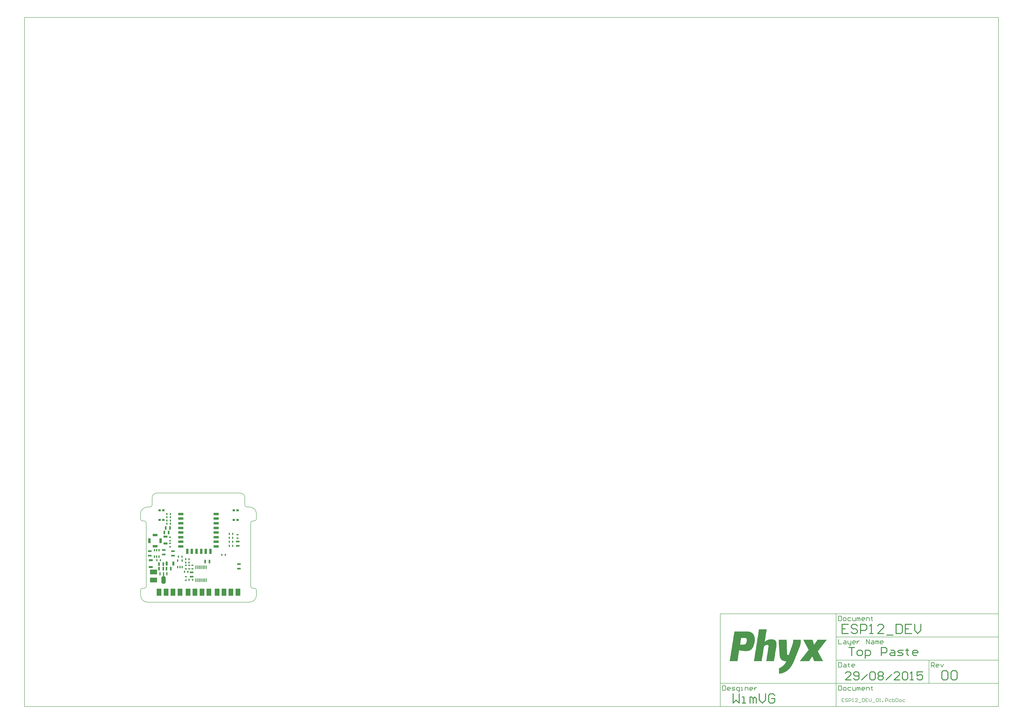
<source format=gtp>
G04 Layer_Color=8421504*
%FSLAX25Y25*%
%MOIN*%
G70*
G01*
G75*
%ADD10C,0.00787*%
%ADD14C,0.01575*%
%ADD18R,0.02362X0.03937*%
G04:AMPARAMS|DCode=19|XSize=74.8mil|YSize=125.98mil|CornerRadius=0mil|HoleSize=0mil|Usage=FLASHONLY|Rotation=0.000|XOffset=0mil|YOffset=0mil|HoleType=Round|Shape=Octagon|*
%AMOCTAGOND19*
4,1,8,-0.01870,0.06299,0.01870,0.06299,0.03740,0.04429,0.03740,-0.04429,0.01870,-0.06299,-0.01870,-0.06299,-0.03740,-0.04429,-0.03740,0.04429,-0.01870,0.06299,0.0*
%
%ADD19OCTAGOND19*%

%ADD20R,0.02362X0.05512*%
%ADD21R,0.02362X0.07087*%
%ADD22R,0.05906X0.02756*%
%ADD23R,0.03543X0.07087*%
%ADD24R,0.07874X0.04331*%
%ADD25R,0.04331X0.07874*%
%ADD26R,0.02362X0.03543*%
%ADD27R,0.02756X0.05906*%
%ADD28R,0.01378X0.06299*%
G04:AMPARAMS|DCode=30|XSize=118.11mil|YSize=78.74mil|CornerRadius=3.94mil|HoleSize=0mil|Usage=FLASHONLY|Rotation=90.000|XOffset=0mil|YOffset=0mil|HoleType=Round|Shape=RoundedRectangle|*
%AMROUNDEDRECTD30*
21,1,0.11811,0.07087,0,0,90.0*
21,1,0.11024,0.07874,0,0,90.0*
1,1,0.00787,0.03543,0.05512*
1,1,0.00787,0.03543,-0.05512*
1,1,0.00787,-0.03543,-0.05512*
1,1,0.00787,-0.03543,0.05512*
%
%ADD30ROUNDEDRECTD30*%
%ADD31R,0.03543X0.02362*%
G04:AMPARAMS|DCode=32|XSize=118.11mil|YSize=78.74mil|CornerRadius=3.94mil|HoleSize=0mil|Usage=FLASHONLY|Rotation=180.000|XOffset=0mil|YOffset=0mil|HoleType=Round|Shape=RoundedRectangle|*
%AMROUNDEDRECTD32*
21,1,0.11811,0.07087,0,0,180.0*
21,1,0.11024,0.07874,0,0,180.0*
1,1,0.00787,-0.05512,0.03543*
1,1,0.00787,0.05512,0.03543*
1,1,0.00787,0.05512,-0.03543*
1,1,0.00787,-0.05512,-0.03543*
%
%ADD32ROUNDEDRECTD32*%
%ADD33R,0.03937X0.03543*%
%ADD34R,0.03937X0.08858*%
%ADD35R,0.08858X0.03937*%
%ADD37R,0.07087X0.03543*%
%ADD41C,0.00984*%
G36*
X1121080Y-64032D02*
Y-64318D01*
Y-64605D01*
Y-64891D01*
Y-65177D01*
Y-65464D01*
Y-65750D01*
Y-66036D01*
Y-66322D01*
Y-66609D01*
Y-66895D01*
Y-67181D01*
Y-67468D01*
Y-67754D01*
Y-68040D01*
Y-68327D01*
Y-68613D01*
Y-68899D01*
Y-69186D01*
Y-69472D01*
Y-69758D01*
X1120793D01*
Y-70044D01*
Y-70331D01*
Y-70617D01*
Y-70903D01*
Y-71190D01*
X1120507D01*
Y-71476D01*
Y-71762D01*
Y-72049D01*
Y-72335D01*
X1120221D01*
Y-72621D01*
Y-72908D01*
Y-73194D01*
Y-73480D01*
X1119934D01*
Y-73767D01*
Y-74053D01*
Y-74339D01*
X1119648D01*
Y-74625D01*
Y-74912D01*
Y-75198D01*
X1119362D01*
Y-75485D01*
Y-75771D01*
Y-76057D01*
X1119075D01*
Y-76343D01*
Y-76630D01*
Y-76916D01*
X1118789D01*
Y-77202D01*
Y-77489D01*
X1118503D01*
Y-77775D01*
Y-78061D01*
X1118217D01*
Y-78348D01*
Y-78634D01*
Y-78920D01*
X1117930D01*
Y-79207D01*
Y-79493D01*
X1117644D01*
Y-79779D01*
Y-80066D01*
Y-80352D01*
X1117358D01*
Y-80638D01*
Y-80924D01*
X1117071D01*
Y-81211D01*
Y-81497D01*
Y-81783D01*
X1116785D01*
Y-82070D01*
Y-82356D01*
X1116499D01*
Y-82642D01*
Y-82929D01*
Y-83215D01*
X1116212D01*
Y-83501D01*
Y-83788D01*
X1115926D01*
Y-84074D01*
Y-84360D01*
Y-84646D01*
X1115640D01*
Y-84933D01*
Y-85219D01*
X1115353D01*
Y-85505D01*
Y-85792D01*
Y-86078D01*
X1115067D01*
Y-86364D01*
Y-86651D01*
X1114781D01*
Y-86937D01*
Y-87223D01*
Y-87510D01*
X1114494D01*
Y-87796D01*
Y-88082D01*
X1114208D01*
Y-88369D01*
Y-88655D01*
Y-88941D01*
X1113922D01*
Y-89227D01*
Y-89514D01*
X1113636D01*
Y-89800D01*
Y-90086D01*
Y-90373D01*
X1113349D01*
Y-90659D01*
Y-90945D01*
X1113063D01*
Y-91232D01*
Y-91518D01*
Y-91804D01*
X1112776D01*
Y-92091D01*
Y-92377D01*
X1112490D01*
Y-92663D01*
Y-92950D01*
Y-93236D01*
X1112204D01*
Y-93522D01*
Y-93809D01*
X1111918D01*
Y-94095D01*
Y-94381D01*
Y-94667D01*
X1111631D01*
Y-94954D01*
Y-95240D01*
X1111345D01*
Y-95526D01*
Y-95813D01*
Y-96099D01*
X1111059D01*
Y-96385D01*
Y-96672D01*
X1110772D01*
Y-96958D01*
Y-97244D01*
Y-97531D01*
X1110486D01*
Y-97817D01*
Y-98103D01*
X1110200D01*
Y-98390D01*
Y-98676D01*
Y-98962D01*
X1109913D01*
Y-99248D01*
Y-99535D01*
X1109627D01*
Y-99821D01*
Y-100107D01*
Y-100394D01*
X1109341D01*
Y-100680D01*
Y-100966D01*
X1109054D01*
Y-101253D01*
Y-101539D01*
X1108768D01*
Y-101825D01*
Y-102112D01*
X1108482D01*
Y-102398D01*
Y-102684D01*
Y-102971D01*
X1108195D01*
Y-103257D01*
X1107909D01*
Y-103543D01*
Y-103829D01*
Y-104116D01*
X1107623D01*
Y-104402D01*
X1107337D01*
Y-104688D01*
Y-104975D01*
X1107050D01*
Y-105261D01*
Y-105547D01*
X1106764D01*
Y-105834D01*
Y-106120D01*
X1106478D01*
Y-106406D01*
Y-106693D01*
X1106191D01*
Y-106979D01*
X1105905D01*
Y-107265D01*
Y-107552D01*
X1105619D01*
Y-107838D01*
Y-108124D01*
X1105332D01*
Y-108411D01*
X1105046D01*
Y-108697D01*
X1104760D01*
Y-108983D01*
Y-109269D01*
X1104473D01*
Y-109556D01*
X1104187D01*
Y-109842D01*
Y-110128D01*
X1103901D01*
Y-110415D01*
X1103615D01*
Y-110701D01*
X1103328D01*
Y-110987D01*
Y-111274D01*
X1103042D01*
Y-111560D01*
X1102756D01*
Y-111846D01*
X1102469D01*
Y-112133D01*
X1102183D01*
Y-112419D01*
X1101897D01*
Y-112705D01*
Y-112991D01*
X1101610D01*
Y-113278D01*
X1101324D01*
Y-113564D01*
X1101038D01*
Y-113850D01*
X1100751D01*
Y-114137D01*
X1100465D01*
Y-114423D01*
X1100179D01*
Y-114709D01*
X1099892D01*
Y-114996D01*
X1099320D01*
Y-115282D01*
X1099034D01*
Y-115568D01*
X1098747D01*
Y-115855D01*
X1098461D01*
Y-116141D01*
X1098175D01*
Y-116427D01*
X1097602D01*
Y-116714D01*
X1097316D01*
Y-117000D01*
X1096743D01*
Y-117286D01*
X1096457D01*
Y-117572D01*
X1095884D01*
Y-117859D01*
X1095598D01*
Y-118145D01*
X1095025D01*
Y-118431D01*
X1094452D01*
Y-118718D01*
X1093880D01*
Y-119004D01*
X1093307D01*
Y-119290D01*
X1092735D01*
Y-119577D01*
X1091876D01*
Y-119863D01*
X1091303D01*
Y-120149D01*
X1090444D01*
Y-120436D01*
X1089299D01*
Y-120722D01*
X1088154D01*
Y-121008D01*
X1086436D01*
Y-121294D01*
X1084432D01*
Y-121581D01*
X1084145D01*
Y-121294D01*
Y-121008D01*
Y-120722D01*
Y-120436D01*
Y-120149D01*
Y-119863D01*
Y-119577D01*
Y-119290D01*
Y-119004D01*
Y-118718D01*
Y-118431D01*
Y-118145D01*
Y-117859D01*
Y-117572D01*
Y-117286D01*
Y-117000D01*
Y-116714D01*
Y-116427D01*
Y-116141D01*
Y-115855D01*
Y-115568D01*
Y-115282D01*
Y-114996D01*
Y-114709D01*
Y-114423D01*
Y-114137D01*
Y-113850D01*
Y-113564D01*
Y-113278D01*
Y-112991D01*
Y-112705D01*
Y-112419D01*
Y-112133D01*
X1084718D01*
Y-111846D01*
X1085291D01*
Y-111560D01*
X1085863D01*
Y-111274D01*
X1086436D01*
Y-110987D01*
X1087008D01*
Y-110701D01*
X1087581D01*
Y-110415D01*
X1087867D01*
Y-110128D01*
X1088440D01*
Y-109842D01*
X1088726D01*
Y-109556D01*
X1089299D01*
Y-109269D01*
X1089585D01*
Y-108983D01*
X1089872D01*
Y-108697D01*
X1090444D01*
Y-108411D01*
X1090730D01*
Y-108124D01*
X1091017D01*
Y-107838D01*
X1091303D01*
Y-107552D01*
X1091589D01*
Y-107265D01*
X1091876D01*
Y-106979D01*
X1092162D01*
Y-106693D01*
X1092448D01*
Y-106406D01*
X1092735D01*
Y-106120D01*
X1093021D01*
Y-105834D01*
X1093307D01*
Y-105547D01*
X1093594D01*
Y-105261D01*
Y-104975D01*
X1093880D01*
Y-104688D01*
X1094166D01*
Y-104402D01*
X1094452D01*
Y-104116D01*
Y-103829D01*
X1094739D01*
Y-103543D01*
X1095025D01*
Y-103257D01*
Y-102971D01*
X1095311D01*
Y-102684D01*
Y-102398D01*
X1095598D01*
Y-102112D01*
X1095884D01*
Y-101825D01*
Y-101539D01*
X1096170D01*
Y-101253D01*
Y-100966D01*
X1096457D01*
Y-100680D01*
Y-100394D01*
X1094739D01*
Y-100107D01*
X1092735D01*
Y-99821D01*
X1091589D01*
Y-99535D01*
X1091017D01*
Y-99248D01*
X1090158D01*
Y-98962D01*
X1089585D01*
Y-98676D01*
X1089299D01*
Y-98390D01*
X1088726D01*
Y-98103D01*
X1088440D01*
Y-97817D01*
X1088154D01*
Y-97531D01*
X1087867D01*
Y-97244D01*
X1087581D01*
Y-96958D01*
X1087295D01*
Y-96672D01*
Y-96385D01*
X1087008D01*
Y-96099D01*
X1086722D01*
Y-95813D01*
Y-95526D01*
X1086436D01*
Y-95240D01*
Y-94954D01*
X1086149D01*
Y-94667D01*
Y-94381D01*
X1085863D01*
Y-94095D01*
Y-93809D01*
Y-93522D01*
X1085577D01*
Y-93236D01*
Y-92950D01*
Y-92663D01*
Y-92377D01*
X1085291D01*
Y-92091D01*
Y-91804D01*
Y-91518D01*
Y-91232D01*
Y-90945D01*
Y-90659D01*
Y-90373D01*
X1085004D01*
Y-90086D01*
Y-89800D01*
Y-89514D01*
Y-89227D01*
Y-88941D01*
Y-88655D01*
Y-88369D01*
Y-88082D01*
Y-87796D01*
Y-87510D01*
Y-87223D01*
Y-86937D01*
Y-86651D01*
Y-86364D01*
Y-86078D01*
X1084718D01*
Y-85792D01*
Y-85505D01*
Y-85219D01*
Y-84933D01*
Y-84646D01*
Y-84360D01*
Y-84074D01*
Y-83788D01*
Y-83501D01*
Y-83215D01*
Y-82929D01*
Y-82642D01*
Y-82356D01*
Y-82070D01*
Y-81783D01*
X1084432D01*
Y-81497D01*
Y-81211D01*
Y-80924D01*
Y-80638D01*
Y-80352D01*
Y-80066D01*
Y-79779D01*
Y-79493D01*
Y-79207D01*
Y-78920D01*
Y-78634D01*
Y-78348D01*
Y-78061D01*
Y-77775D01*
Y-77489D01*
Y-77202D01*
X1084145D01*
Y-76916D01*
Y-76630D01*
Y-76343D01*
Y-76057D01*
Y-75771D01*
Y-75485D01*
Y-75198D01*
Y-74912D01*
Y-74625D01*
Y-74339D01*
Y-74053D01*
Y-73767D01*
Y-73480D01*
Y-73194D01*
Y-72908D01*
Y-72621D01*
X1083859D01*
Y-72335D01*
Y-72049D01*
Y-71762D01*
Y-71476D01*
Y-71190D01*
Y-70903D01*
Y-70617D01*
Y-70331D01*
Y-70044D01*
Y-69758D01*
Y-69472D01*
Y-69186D01*
Y-68899D01*
Y-68613D01*
X1083573D01*
Y-68327D01*
Y-68040D01*
Y-67754D01*
Y-67468D01*
Y-67181D01*
Y-66895D01*
Y-66609D01*
Y-66322D01*
Y-66036D01*
Y-65750D01*
Y-65464D01*
Y-65177D01*
Y-64891D01*
Y-64605D01*
Y-64318D01*
Y-64032D01*
X1083286D01*
Y-63746D01*
X1097029D01*
Y-64032D01*
Y-64318D01*
Y-64605D01*
Y-64891D01*
Y-65177D01*
Y-65464D01*
Y-65750D01*
Y-66036D01*
Y-66322D01*
Y-66609D01*
Y-66895D01*
Y-67181D01*
Y-67468D01*
Y-67754D01*
X1097316D01*
Y-68040D01*
Y-68327D01*
Y-68613D01*
Y-68899D01*
Y-69186D01*
Y-69472D01*
Y-69758D01*
Y-70044D01*
Y-70331D01*
Y-70617D01*
Y-70903D01*
Y-71190D01*
Y-71476D01*
Y-71762D01*
Y-72049D01*
Y-72335D01*
Y-72621D01*
Y-72908D01*
Y-73194D01*
Y-73480D01*
Y-73767D01*
Y-74053D01*
Y-74339D01*
Y-74625D01*
Y-74912D01*
Y-75198D01*
Y-75485D01*
Y-75771D01*
Y-76057D01*
Y-76343D01*
Y-76630D01*
Y-76916D01*
Y-77202D01*
Y-77489D01*
Y-77775D01*
Y-78061D01*
Y-78348D01*
Y-78634D01*
Y-78920D01*
Y-79207D01*
Y-79493D01*
X1097602D01*
Y-79779D01*
X1097316D01*
Y-80066D01*
Y-80352D01*
X1097602D01*
Y-80638D01*
Y-80924D01*
Y-81211D01*
Y-81497D01*
Y-81783D01*
Y-82070D01*
Y-82356D01*
Y-82642D01*
Y-82929D01*
Y-83215D01*
Y-83501D01*
Y-83788D01*
Y-84074D01*
Y-84360D01*
Y-84646D01*
Y-84933D01*
Y-85219D01*
Y-85505D01*
Y-85792D01*
Y-86078D01*
Y-86364D01*
Y-86651D01*
Y-86937D01*
Y-87223D01*
Y-87510D01*
Y-87796D01*
X1097888D01*
Y-88082D01*
Y-88369D01*
Y-88655D01*
X1098175D01*
Y-88941D01*
X1098461D01*
Y-89227D01*
X1098747D01*
Y-89514D01*
X1099606D01*
Y-89800D01*
X1100465D01*
Y-89514D01*
X1100751D01*
Y-89227D01*
Y-88941D01*
Y-88655D01*
X1101038D01*
Y-88369D01*
Y-88082D01*
X1101324D01*
Y-87796D01*
Y-87510D01*
Y-87223D01*
X1101610D01*
Y-86937D01*
Y-86651D01*
Y-86364D01*
X1101897D01*
Y-86078D01*
Y-85792D01*
Y-85505D01*
X1102183D01*
Y-85219D01*
Y-84933D01*
Y-84646D01*
X1102469D01*
Y-84360D01*
Y-84074D01*
X1102756D01*
Y-83788D01*
Y-83501D01*
Y-83215D01*
X1103042D01*
Y-82929D01*
Y-82642D01*
Y-82356D01*
X1103328D01*
Y-82070D01*
Y-81783D01*
Y-81497D01*
X1103615D01*
Y-81211D01*
Y-80924D01*
X1103901D01*
Y-80638D01*
Y-80352D01*
Y-80066D01*
X1104187D01*
Y-79779D01*
Y-79493D01*
Y-79207D01*
X1104473D01*
Y-78920D01*
Y-78634D01*
Y-78348D01*
X1104760D01*
Y-78061D01*
Y-77775D01*
X1105046D01*
Y-77489D01*
Y-77202D01*
Y-76916D01*
X1105332D01*
Y-76630D01*
Y-76343D01*
Y-76057D01*
X1105619D01*
Y-75771D01*
Y-75485D01*
Y-75198D01*
X1105905D01*
Y-74912D01*
Y-74625D01*
X1106191D01*
Y-74339D01*
Y-74053D01*
Y-73767D01*
X1106478D01*
Y-73480D01*
Y-73194D01*
Y-72908D01*
X1106764D01*
Y-72621D01*
Y-72335D01*
Y-72049D01*
X1107050D01*
Y-71762D01*
Y-71476D01*
Y-71190D01*
Y-70903D01*
X1107337D01*
Y-70617D01*
Y-70331D01*
Y-70044D01*
Y-69758D01*
X1107623D01*
Y-69472D01*
Y-69186D01*
Y-68899D01*
Y-68613D01*
Y-68327D01*
X1107909D01*
Y-68040D01*
Y-67754D01*
Y-67468D01*
Y-67181D01*
Y-66895D01*
Y-66609D01*
X1108195D01*
Y-66322D01*
Y-66036D01*
Y-65750D01*
Y-65464D01*
Y-65177D01*
Y-64891D01*
Y-64605D01*
Y-64318D01*
Y-64032D01*
Y-63746D01*
X1121080D01*
Y-64032D01*
D02*
G37*
G36*
X1063244Y-46567D02*
Y-46853D01*
X1062958D01*
Y-47139D01*
Y-47426D01*
Y-47712D01*
Y-47998D01*
Y-48285D01*
Y-48571D01*
X1062672D01*
Y-48857D01*
Y-49144D01*
Y-49430D01*
Y-49716D01*
Y-50003D01*
Y-50289D01*
X1062385D01*
Y-50575D01*
Y-50862D01*
Y-51148D01*
Y-51434D01*
Y-51720D01*
Y-52007D01*
Y-52293D01*
X1062099D01*
Y-52579D01*
Y-52866D01*
Y-53152D01*
Y-53438D01*
Y-53725D01*
Y-54011D01*
X1061813D01*
Y-54297D01*
Y-54584D01*
Y-54870D01*
Y-55156D01*
Y-55443D01*
Y-55729D01*
X1061526D01*
Y-56015D01*
Y-56301D01*
Y-56588D01*
Y-56874D01*
Y-57161D01*
Y-57447D01*
Y-57733D01*
X1061240D01*
Y-58019D01*
Y-58306D01*
Y-58592D01*
Y-58878D01*
Y-59165D01*
Y-59451D01*
X1060954D01*
Y-59737D01*
Y-60024D01*
Y-60310D01*
Y-60596D01*
Y-60883D01*
Y-61169D01*
X1060668D01*
Y-61455D01*
Y-61742D01*
Y-62028D01*
Y-62314D01*
Y-62600D01*
Y-62887D01*
X1060381D01*
Y-63173D01*
Y-63459D01*
Y-63746D01*
Y-64032D01*
Y-64318D01*
Y-64605D01*
Y-64891D01*
X1060095D01*
Y-65177D01*
Y-65464D01*
Y-65750D01*
Y-66036D01*
Y-66322D01*
Y-66609D01*
X1059809D01*
Y-66895D01*
Y-67181D01*
X1060381D01*
Y-66895D01*
X1060668D01*
Y-66609D01*
X1060954D01*
Y-66322D01*
X1061526D01*
Y-66036D01*
X1061813D01*
Y-65750D01*
X1062099D01*
Y-65464D01*
X1062672D01*
Y-65177D01*
X1063244D01*
Y-64891D01*
X1063531D01*
Y-64605D01*
X1064103D01*
Y-64318D01*
X1064962D01*
Y-64032D01*
X1065535D01*
Y-63746D01*
X1066394D01*
Y-63459D01*
X1067825D01*
Y-63173D01*
X1074124D01*
Y-63459D01*
X1075270D01*
Y-63746D01*
X1076128D01*
Y-64032D01*
X1076701D01*
Y-64318D01*
X1076987D01*
Y-64605D01*
X1077560D01*
Y-64891D01*
X1077846D01*
Y-65177D01*
X1078133D01*
Y-65464D01*
X1078419D01*
Y-65750D01*
X1078705D01*
Y-66036D01*
Y-66322D01*
X1078992D01*
Y-66609D01*
Y-66895D01*
X1079278D01*
Y-67181D01*
Y-67468D01*
Y-67754D01*
X1079564D01*
Y-68040D01*
Y-68327D01*
Y-68613D01*
Y-68899D01*
X1079850D01*
Y-69186D01*
Y-69472D01*
Y-69758D01*
Y-70044D01*
Y-70331D01*
Y-70617D01*
Y-70903D01*
Y-71190D01*
Y-71476D01*
Y-71762D01*
Y-72049D01*
Y-72335D01*
Y-72621D01*
Y-72908D01*
Y-73194D01*
Y-73480D01*
Y-73767D01*
Y-74053D01*
X1079564D01*
Y-74339D01*
Y-74625D01*
Y-74912D01*
Y-75198D01*
Y-75485D01*
Y-75771D01*
Y-76057D01*
X1079278D01*
Y-76343D01*
Y-76630D01*
Y-76916D01*
Y-77202D01*
Y-77489D01*
Y-77775D01*
Y-78061D01*
X1078992D01*
Y-78348D01*
Y-78634D01*
Y-78920D01*
Y-79207D01*
Y-79493D01*
Y-79779D01*
X1078705D01*
Y-80066D01*
Y-80352D01*
Y-80638D01*
Y-80924D01*
Y-81211D01*
Y-81497D01*
X1078419D01*
Y-81783D01*
Y-82070D01*
Y-82356D01*
Y-82642D01*
Y-82929D01*
Y-83215D01*
X1078133D01*
Y-83501D01*
Y-83788D01*
Y-84074D01*
Y-84360D01*
Y-84646D01*
Y-84933D01*
Y-85219D01*
X1077846D01*
Y-85505D01*
Y-85792D01*
Y-86078D01*
Y-86364D01*
Y-86651D01*
Y-86937D01*
X1077560D01*
Y-87223D01*
Y-87510D01*
Y-87796D01*
Y-88082D01*
Y-88369D01*
Y-88655D01*
X1077274D01*
Y-88941D01*
Y-89227D01*
Y-89514D01*
Y-89800D01*
Y-90086D01*
Y-90373D01*
Y-90659D01*
X1076987D01*
Y-90945D01*
Y-91232D01*
Y-91518D01*
Y-91804D01*
Y-92091D01*
Y-92377D01*
X1076701D01*
Y-92663D01*
Y-92950D01*
Y-93236D01*
Y-93522D01*
Y-93809D01*
Y-94095D01*
X1076415D01*
Y-94381D01*
Y-94667D01*
Y-94954D01*
Y-95240D01*
Y-95526D01*
Y-95813D01*
X1076128D01*
Y-96099D01*
Y-96385D01*
Y-96672D01*
Y-96958D01*
Y-97244D01*
Y-97531D01*
Y-97817D01*
X1075842D01*
Y-98103D01*
Y-98390D01*
Y-98676D01*
Y-98962D01*
Y-99248D01*
Y-99535D01*
X1075556D01*
Y-99821D01*
Y-100107D01*
X1062385D01*
Y-99821D01*
Y-99535D01*
X1062672D01*
Y-99248D01*
Y-98962D01*
Y-98676D01*
Y-98390D01*
Y-98103D01*
Y-97817D01*
X1062958D01*
Y-97531D01*
Y-97244D01*
Y-96958D01*
Y-96672D01*
Y-96385D01*
Y-96099D01*
Y-95813D01*
X1063244D01*
Y-95526D01*
Y-95240D01*
Y-94954D01*
Y-94667D01*
Y-94381D01*
Y-94095D01*
X1063531D01*
Y-93809D01*
Y-93522D01*
Y-93236D01*
Y-92950D01*
Y-92663D01*
Y-92377D01*
X1063817D01*
Y-92091D01*
Y-91804D01*
Y-91518D01*
Y-91232D01*
Y-90945D01*
Y-90659D01*
Y-90373D01*
X1064103D01*
Y-90086D01*
Y-89800D01*
Y-89514D01*
Y-89227D01*
Y-88941D01*
Y-88655D01*
X1064390D01*
Y-88369D01*
Y-88082D01*
Y-87796D01*
Y-87510D01*
Y-87223D01*
Y-86937D01*
Y-86651D01*
X1064676D01*
Y-86364D01*
Y-86078D01*
Y-85792D01*
Y-85505D01*
Y-85219D01*
Y-84933D01*
X1064962D01*
Y-84646D01*
Y-84360D01*
Y-84074D01*
Y-83788D01*
Y-83501D01*
Y-83215D01*
X1065249D01*
Y-82929D01*
Y-82642D01*
Y-82356D01*
Y-82070D01*
Y-81783D01*
Y-81497D01*
X1065535D01*
Y-81211D01*
Y-80924D01*
Y-80638D01*
Y-80352D01*
Y-80066D01*
Y-79779D01*
Y-79493D01*
X1065821D01*
Y-79207D01*
Y-78920D01*
Y-78634D01*
Y-78348D01*
Y-78061D01*
Y-77775D01*
X1066107D01*
Y-77489D01*
Y-77202D01*
Y-76916D01*
Y-76630D01*
Y-76343D01*
Y-76057D01*
Y-75771D01*
X1066394D01*
Y-75485D01*
Y-75198D01*
Y-74912D01*
Y-74625D01*
Y-74339D01*
Y-74053D01*
X1066107D01*
Y-73767D01*
Y-73480D01*
X1065821D01*
Y-73194D01*
X1065535D01*
Y-72908D01*
X1064962D01*
Y-72621D01*
X1063244D01*
Y-72908D01*
X1061813D01*
Y-73194D01*
X1060954D01*
Y-73480D01*
X1060381D01*
Y-73767D01*
X1060095D01*
Y-74053D01*
X1059522D01*
Y-74339D01*
X1059236D01*
Y-74625D01*
X1058950D01*
Y-74912D01*
Y-75198D01*
X1058663D01*
Y-75485D01*
Y-75771D01*
Y-76057D01*
X1058377D01*
Y-76343D01*
Y-76630D01*
Y-76916D01*
Y-77202D01*
Y-77489D01*
Y-77775D01*
X1058091D01*
Y-78061D01*
Y-78348D01*
Y-78634D01*
Y-78920D01*
Y-79207D01*
Y-79493D01*
Y-79779D01*
X1057804D01*
Y-80066D01*
Y-80352D01*
Y-80638D01*
Y-80924D01*
Y-81211D01*
Y-81497D01*
X1057518D01*
Y-81783D01*
Y-82070D01*
Y-82356D01*
Y-82642D01*
Y-82929D01*
Y-83215D01*
X1057232D01*
Y-83501D01*
Y-83788D01*
Y-84074D01*
Y-84360D01*
Y-84646D01*
Y-84933D01*
X1056946D01*
Y-85219D01*
Y-85505D01*
Y-85792D01*
Y-86078D01*
Y-86364D01*
Y-86651D01*
Y-86937D01*
X1056659D01*
Y-87223D01*
Y-87510D01*
Y-87796D01*
Y-88082D01*
Y-88369D01*
Y-88655D01*
X1056373D01*
Y-88941D01*
Y-89227D01*
Y-89514D01*
Y-89800D01*
Y-90086D01*
Y-90373D01*
X1056087D01*
Y-90659D01*
Y-90945D01*
Y-91232D01*
Y-91518D01*
Y-91804D01*
Y-92091D01*
Y-92377D01*
X1055800D01*
Y-92663D01*
Y-92950D01*
Y-93236D01*
Y-93522D01*
Y-93809D01*
Y-94095D01*
X1055514D01*
Y-94381D01*
Y-94667D01*
Y-94954D01*
Y-95240D01*
Y-95526D01*
Y-95813D01*
X1055228D01*
Y-96099D01*
Y-96385D01*
Y-96672D01*
Y-96958D01*
Y-97244D01*
Y-97531D01*
X1054941D01*
Y-97817D01*
Y-98103D01*
Y-98390D01*
Y-98676D01*
Y-98962D01*
Y-99248D01*
Y-99535D01*
X1054655D01*
Y-99821D01*
Y-100107D01*
X1041485D01*
Y-99821D01*
Y-99535D01*
X1041771D01*
Y-99248D01*
Y-98962D01*
Y-98676D01*
Y-98390D01*
Y-98103D01*
Y-97817D01*
Y-97531D01*
X1042057D01*
Y-97244D01*
Y-96958D01*
Y-96672D01*
Y-96385D01*
Y-96099D01*
Y-95813D01*
X1042344D01*
Y-95526D01*
Y-95240D01*
Y-94954D01*
Y-94667D01*
Y-94381D01*
Y-94095D01*
X1042630D01*
Y-93809D01*
Y-93522D01*
Y-93236D01*
Y-92950D01*
Y-92663D01*
Y-92377D01*
Y-92091D01*
X1042916D01*
Y-91804D01*
Y-91518D01*
Y-91232D01*
Y-90945D01*
Y-90659D01*
Y-90373D01*
X1043202D01*
Y-90086D01*
Y-89800D01*
Y-89514D01*
Y-89227D01*
Y-88941D01*
Y-88655D01*
X1043489D01*
Y-88369D01*
Y-88082D01*
Y-87796D01*
Y-87510D01*
Y-87223D01*
Y-86937D01*
X1043775D01*
Y-86651D01*
Y-86364D01*
Y-86078D01*
Y-85792D01*
Y-85505D01*
Y-85219D01*
Y-84933D01*
X1044061D01*
Y-84646D01*
Y-84360D01*
Y-84074D01*
Y-83788D01*
Y-83501D01*
Y-83215D01*
X1044348D01*
Y-82929D01*
Y-82642D01*
Y-82356D01*
Y-82070D01*
Y-81783D01*
Y-81497D01*
X1044634D01*
Y-81211D01*
Y-80924D01*
Y-80638D01*
Y-80352D01*
Y-80066D01*
Y-79779D01*
Y-79493D01*
X1044920D01*
Y-79207D01*
Y-78920D01*
Y-78634D01*
Y-78348D01*
Y-78061D01*
Y-77775D01*
X1045207D01*
Y-77489D01*
Y-77202D01*
Y-76916D01*
Y-76630D01*
Y-76343D01*
Y-76057D01*
X1045493D01*
Y-75771D01*
Y-75485D01*
Y-75198D01*
Y-74912D01*
Y-74625D01*
Y-74339D01*
X1045779D01*
Y-74053D01*
Y-73767D01*
Y-73480D01*
Y-73194D01*
Y-72908D01*
Y-72621D01*
Y-72335D01*
X1046066D01*
Y-72049D01*
Y-71762D01*
Y-71476D01*
Y-71190D01*
Y-70903D01*
Y-70617D01*
X1046352D01*
Y-70331D01*
Y-70044D01*
Y-69758D01*
Y-69472D01*
Y-69186D01*
Y-68899D01*
X1046638D01*
Y-68613D01*
Y-68327D01*
Y-68040D01*
Y-67754D01*
Y-67468D01*
Y-67181D01*
X1046925D01*
Y-66895D01*
Y-66609D01*
Y-66322D01*
Y-66036D01*
Y-65750D01*
Y-65464D01*
Y-65177D01*
X1047211D01*
Y-64891D01*
Y-64605D01*
Y-64318D01*
Y-64032D01*
Y-63746D01*
Y-63459D01*
X1047497D01*
Y-63173D01*
Y-62887D01*
Y-62600D01*
Y-62314D01*
Y-62028D01*
Y-61742D01*
X1047783D01*
Y-61455D01*
Y-61169D01*
Y-60883D01*
Y-60596D01*
Y-60310D01*
Y-60024D01*
Y-59737D01*
X1048070D01*
Y-59451D01*
Y-59165D01*
Y-58878D01*
Y-58592D01*
Y-58306D01*
Y-58019D01*
X1048356D01*
Y-57733D01*
Y-57447D01*
Y-57161D01*
Y-56874D01*
Y-56588D01*
Y-56301D01*
X1048642D01*
Y-56015D01*
Y-55729D01*
Y-55443D01*
Y-55156D01*
Y-54870D01*
Y-54584D01*
X1048929D01*
Y-54297D01*
Y-54011D01*
Y-53725D01*
Y-53438D01*
Y-53152D01*
Y-52866D01*
Y-52579D01*
X1049215D01*
Y-52293D01*
Y-52007D01*
Y-51720D01*
Y-51434D01*
Y-51148D01*
Y-50862D01*
X1049501D01*
Y-50575D01*
Y-50289D01*
Y-50003D01*
Y-49716D01*
Y-49430D01*
Y-49144D01*
X1049788D01*
Y-48857D01*
Y-48571D01*
Y-48285D01*
Y-47998D01*
Y-47712D01*
Y-47426D01*
Y-47139D01*
X1050074D01*
Y-46853D01*
Y-46567D01*
Y-46281D01*
X1063244D01*
Y-46567D01*
D02*
G37*
G36*
X1032036Y-50003D02*
X1033754D01*
Y-50289D01*
X1034613D01*
Y-50575D01*
X1035472D01*
Y-50862D01*
X1036331D01*
Y-51148D01*
X1036904D01*
Y-51434D01*
X1037190D01*
Y-51720D01*
X1037763D01*
Y-52007D01*
X1038049D01*
Y-52293D01*
X1038622D01*
Y-52579D01*
X1038908D01*
Y-52866D01*
X1039194D01*
Y-53152D01*
X1039480D01*
Y-53438D01*
X1039767D01*
Y-53725D01*
X1040053D01*
Y-54011D01*
X1040339D01*
Y-54297D01*
Y-54584D01*
X1040626D01*
Y-54870D01*
X1040912D01*
Y-55156D01*
Y-55443D01*
X1041198D01*
Y-55729D01*
X1041485D01*
Y-56015D01*
Y-56301D01*
X1041771D01*
Y-56588D01*
Y-56874D01*
Y-57161D01*
X1042057D01*
Y-57447D01*
Y-57733D01*
Y-58019D01*
X1042344D01*
Y-58306D01*
Y-58592D01*
Y-58878D01*
Y-59165D01*
X1042630D01*
Y-59451D01*
Y-59737D01*
Y-60024D01*
Y-60310D01*
Y-60596D01*
X1042916D01*
Y-60883D01*
Y-61169D01*
Y-61455D01*
Y-61742D01*
Y-62028D01*
Y-62314D01*
Y-62600D01*
Y-62887D01*
Y-63173D01*
Y-63459D01*
Y-63746D01*
Y-64032D01*
Y-64318D01*
Y-64605D01*
Y-64891D01*
Y-65177D01*
Y-65464D01*
Y-65750D01*
Y-66036D01*
Y-66322D01*
X1042630D01*
Y-66609D01*
Y-66895D01*
Y-67181D01*
Y-67468D01*
Y-67754D01*
Y-68040D01*
Y-68327D01*
X1042344D01*
Y-68613D01*
Y-68899D01*
Y-69186D01*
Y-69472D01*
Y-69758D01*
X1042057D01*
Y-70044D01*
Y-70331D01*
Y-70617D01*
Y-70903D01*
Y-71190D01*
X1041771D01*
Y-71476D01*
Y-71762D01*
Y-72049D01*
X1041485D01*
Y-72335D01*
Y-72621D01*
Y-72908D01*
Y-73194D01*
X1041198D01*
Y-73480D01*
Y-73767D01*
Y-74053D01*
X1040912D01*
Y-74339D01*
Y-74625D01*
X1040626D01*
Y-74912D01*
Y-75198D01*
Y-75485D01*
X1040339D01*
Y-75771D01*
Y-76057D01*
X1040053D01*
Y-76343D01*
Y-76630D01*
X1039767D01*
Y-76916D01*
Y-77202D01*
X1039480D01*
Y-77489D01*
X1039194D01*
Y-77775D01*
Y-78061D01*
X1038908D01*
Y-78348D01*
X1038622D01*
Y-78634D01*
X1038335D01*
Y-78920D01*
Y-79207D01*
X1038049D01*
Y-79493D01*
X1037763D01*
Y-79779D01*
X1037476D01*
Y-80066D01*
X1037190D01*
Y-80352D01*
X1036904D01*
Y-80638D01*
X1036331D01*
Y-80924D01*
X1036045D01*
Y-81211D01*
X1035472D01*
Y-81497D01*
X1035186D01*
Y-81783D01*
X1034613D01*
Y-82070D01*
X1033754D01*
Y-82356D01*
X1032895D01*
Y-82642D01*
X1032036D01*
Y-82929D01*
X1030318D01*
Y-83215D01*
X1025165D01*
Y-82929D01*
X1022588D01*
Y-82642D01*
X1020584D01*
Y-82356D01*
X1019152D01*
Y-82070D01*
X1017721D01*
Y-81783D01*
X1016289D01*
Y-82070D01*
Y-82356D01*
Y-82642D01*
Y-82929D01*
Y-83215D01*
Y-83501D01*
Y-83788D01*
X1016003D01*
Y-84074D01*
Y-84360D01*
Y-84646D01*
Y-84933D01*
Y-85219D01*
Y-85505D01*
X1015716D01*
Y-85792D01*
Y-86078D01*
Y-86364D01*
Y-86651D01*
Y-86937D01*
Y-87223D01*
X1015430D01*
Y-87510D01*
Y-87796D01*
Y-88082D01*
Y-88369D01*
Y-88655D01*
Y-88941D01*
Y-89227D01*
X1015144D01*
Y-89514D01*
Y-89800D01*
Y-90086D01*
Y-90373D01*
Y-90659D01*
Y-90945D01*
X1014857D01*
Y-91232D01*
Y-91518D01*
Y-91804D01*
Y-92091D01*
Y-92377D01*
Y-92663D01*
X1014571D01*
Y-92950D01*
Y-93236D01*
Y-93522D01*
Y-93809D01*
Y-94095D01*
Y-94381D01*
Y-94667D01*
X1014285D01*
Y-94954D01*
Y-95240D01*
Y-95526D01*
Y-95813D01*
Y-96099D01*
Y-96385D01*
X1013999D01*
Y-96672D01*
Y-96958D01*
Y-97244D01*
Y-97531D01*
Y-97817D01*
Y-98103D01*
X1013712D01*
Y-98390D01*
Y-98676D01*
Y-98962D01*
Y-99248D01*
Y-99535D01*
Y-99821D01*
Y-100107D01*
X1000256D01*
Y-99821D01*
X1000542D01*
Y-99535D01*
Y-99248D01*
Y-98962D01*
Y-98676D01*
Y-98390D01*
X1000828D01*
Y-98103D01*
Y-97817D01*
Y-97531D01*
Y-97244D01*
Y-96958D01*
Y-96672D01*
Y-96385D01*
X1001114D01*
Y-96099D01*
Y-95813D01*
Y-95526D01*
Y-95240D01*
Y-94954D01*
Y-94667D01*
X1001401D01*
Y-94381D01*
Y-94095D01*
Y-93809D01*
Y-93522D01*
Y-93236D01*
Y-92950D01*
X1001687D01*
Y-92663D01*
Y-92377D01*
Y-92091D01*
Y-91804D01*
Y-91518D01*
Y-91232D01*
Y-90945D01*
X1001974D01*
Y-90659D01*
Y-90373D01*
Y-90086D01*
Y-89800D01*
Y-89514D01*
Y-89227D01*
X1002260D01*
Y-88941D01*
Y-88655D01*
Y-88369D01*
Y-88082D01*
Y-87796D01*
Y-87510D01*
X1002546D01*
Y-87223D01*
Y-86937D01*
Y-86651D01*
Y-86364D01*
Y-86078D01*
Y-85792D01*
X1002832D01*
Y-85505D01*
Y-85219D01*
Y-84933D01*
Y-84646D01*
Y-84360D01*
Y-84074D01*
Y-83788D01*
X1003119D01*
Y-83501D01*
Y-83215D01*
Y-82929D01*
Y-82642D01*
Y-82356D01*
Y-82070D01*
X1003405D01*
Y-81783D01*
Y-81497D01*
Y-81211D01*
Y-80924D01*
Y-80638D01*
Y-80352D01*
X1003691D01*
Y-80066D01*
Y-79779D01*
Y-79493D01*
Y-79207D01*
Y-78920D01*
Y-78634D01*
X1003978D01*
Y-78348D01*
Y-78061D01*
Y-77775D01*
Y-77489D01*
Y-77202D01*
Y-76916D01*
Y-76630D01*
X1004264D01*
Y-76343D01*
Y-76057D01*
Y-75771D01*
Y-75485D01*
Y-75198D01*
Y-74912D01*
X1004550D01*
Y-74625D01*
Y-74339D01*
Y-74053D01*
Y-73767D01*
Y-73480D01*
Y-73194D01*
X1004837D01*
Y-72908D01*
Y-72621D01*
Y-72335D01*
Y-72049D01*
Y-71762D01*
Y-71476D01*
Y-71190D01*
X1005123D01*
Y-70903D01*
Y-70617D01*
Y-70331D01*
Y-70044D01*
Y-69758D01*
Y-69472D01*
X1005409D01*
Y-69186D01*
Y-68899D01*
Y-68613D01*
Y-68327D01*
Y-68040D01*
Y-67754D01*
X1005696D01*
Y-67468D01*
Y-67181D01*
Y-66895D01*
Y-66609D01*
Y-66322D01*
Y-66036D01*
X1005982D01*
Y-65750D01*
Y-65464D01*
Y-65177D01*
Y-64891D01*
Y-64605D01*
Y-64318D01*
Y-64032D01*
X1006268D01*
Y-63746D01*
Y-63459D01*
Y-63173D01*
Y-62887D01*
Y-62600D01*
Y-62314D01*
X1006555D01*
Y-62028D01*
Y-61742D01*
Y-61455D01*
Y-61169D01*
Y-60883D01*
Y-60596D01*
X1006841D01*
Y-60310D01*
Y-60024D01*
Y-59737D01*
Y-59451D01*
Y-59165D01*
Y-58878D01*
Y-58592D01*
X1007127D01*
Y-58306D01*
Y-58019D01*
Y-57733D01*
Y-57447D01*
Y-57161D01*
Y-56874D01*
X1007413D01*
Y-56588D01*
Y-56301D01*
Y-56015D01*
Y-55729D01*
Y-55443D01*
Y-55156D01*
X1007700D01*
Y-54870D01*
Y-54584D01*
Y-54297D01*
Y-54011D01*
Y-53725D01*
Y-53438D01*
Y-53152D01*
X1007986D01*
Y-52866D01*
Y-52579D01*
Y-52293D01*
Y-52007D01*
Y-51720D01*
Y-51434D01*
X1008272D01*
Y-51148D01*
Y-50862D01*
Y-50575D01*
Y-50289D01*
Y-50003D01*
Y-49716D01*
X1032036D01*
Y-50003D01*
D02*
G37*
G36*
X1165172Y-64032D02*
X1164886D01*
Y-64318D01*
X1164599D01*
Y-64605D01*
Y-64891D01*
X1164313D01*
Y-65177D01*
X1164027D01*
Y-65464D01*
X1163740D01*
Y-65750D01*
Y-66036D01*
X1163454D01*
Y-66322D01*
X1163168D01*
Y-66609D01*
X1162881D01*
Y-66895D01*
X1162595D01*
Y-67181D01*
Y-67468D01*
X1162309D01*
Y-67754D01*
X1162022D01*
Y-68040D01*
X1161736D01*
Y-68327D01*
Y-68613D01*
X1161450D01*
Y-68899D01*
X1161163D01*
Y-69186D01*
X1160877D01*
Y-69472D01*
X1160591D01*
Y-69758D01*
Y-70044D01*
X1160305D01*
Y-70331D01*
X1160018D01*
Y-70617D01*
X1159732D01*
Y-70903D01*
Y-71190D01*
X1159445D01*
Y-71476D01*
X1159159D01*
Y-71762D01*
X1158873D01*
Y-72049D01*
Y-72335D01*
X1158587D01*
Y-72621D01*
X1158300D01*
Y-72908D01*
X1158014D01*
Y-73194D01*
X1157728D01*
Y-73480D01*
Y-73767D01*
X1157441D01*
Y-74053D01*
X1157155D01*
Y-74339D01*
X1156869D01*
Y-74625D01*
Y-74912D01*
X1156582D01*
Y-75198D01*
X1156296D01*
Y-75485D01*
X1156010D01*
Y-75771D01*
Y-76057D01*
X1155723D01*
Y-76343D01*
X1155437D01*
Y-76630D01*
X1155151D01*
Y-76916D01*
X1154865D01*
Y-77202D01*
Y-77489D01*
X1154578D01*
Y-77775D01*
X1154292D01*
Y-78061D01*
X1154006D01*
Y-78348D01*
Y-78634D01*
X1153719D01*
Y-78920D01*
X1153433D01*
Y-79207D01*
X1153147D01*
Y-79493D01*
Y-79779D01*
X1152860D01*
Y-80066D01*
X1152574D01*
Y-80352D01*
X1152288D01*
Y-80638D01*
X1152001D01*
Y-80924D01*
Y-81211D01*
X1151715D01*
Y-81497D01*
X1151429D01*
Y-81783D01*
X1151142D01*
Y-82070D01*
Y-82356D01*
X1150856D01*
Y-82642D01*
X1150570D01*
Y-82929D01*
X1150284D01*
Y-83215D01*
X1149997D01*
Y-83501D01*
Y-83788D01*
X1150284D01*
Y-84074D01*
Y-84360D01*
X1150570D01*
Y-84646D01*
Y-84933D01*
X1150856D01*
Y-85219D01*
X1151142D01*
Y-85505D01*
Y-85792D01*
X1151429D01*
Y-86078D01*
Y-86364D01*
X1151715D01*
Y-86651D01*
Y-86937D01*
X1152001D01*
Y-87223D01*
Y-87510D01*
X1152288D01*
Y-87796D01*
Y-88082D01*
X1152574D01*
Y-88369D01*
Y-88655D01*
X1152860D01*
Y-88941D01*
Y-89227D01*
X1153147D01*
Y-89514D01*
Y-89800D01*
X1153433D01*
Y-90086D01*
X1153719D01*
Y-90373D01*
Y-90659D01*
X1154006D01*
Y-90945D01*
Y-91232D01*
X1154292D01*
Y-91518D01*
Y-91804D01*
X1154578D01*
Y-92091D01*
Y-92377D01*
X1154865D01*
Y-92663D01*
Y-92950D01*
X1155151D01*
Y-93236D01*
Y-93522D01*
X1155437D01*
Y-93809D01*
Y-94095D01*
X1155723D01*
Y-94381D01*
X1156010D01*
Y-94667D01*
Y-94954D01*
X1156296D01*
Y-95240D01*
Y-95526D01*
X1156582D01*
Y-95813D01*
Y-96099D01*
X1156869D01*
Y-96385D01*
Y-96672D01*
X1157155D01*
Y-96958D01*
Y-97244D01*
X1157441D01*
Y-97531D01*
Y-97817D01*
X1157728D01*
Y-98103D01*
Y-98390D01*
X1158014D01*
Y-98676D01*
X1158300D01*
Y-98962D01*
Y-99248D01*
X1158587D01*
Y-99535D01*
Y-99821D01*
X1158873D01*
Y-100107D01*
X1143698D01*
Y-99821D01*
X1143412D01*
Y-99535D01*
Y-99248D01*
Y-98962D01*
X1143126D01*
Y-98676D01*
Y-98390D01*
Y-98103D01*
X1142839D01*
Y-97817D01*
Y-97531D01*
X1142553D01*
Y-97244D01*
Y-96958D01*
Y-96672D01*
X1142267D01*
Y-96385D01*
Y-96099D01*
Y-95813D01*
X1141980D01*
Y-95526D01*
Y-95240D01*
X1141694D01*
Y-94954D01*
Y-94667D01*
Y-94381D01*
X1141408D01*
Y-94095D01*
Y-93809D01*
Y-93522D01*
X1141121D01*
Y-93236D01*
Y-92950D01*
Y-92663D01*
X1140835D01*
Y-92377D01*
X1140263D01*
Y-92663D01*
Y-92950D01*
X1139976D01*
Y-93236D01*
X1139690D01*
Y-93522D01*
Y-93809D01*
X1139404D01*
Y-94095D01*
X1139117D01*
Y-94381D01*
Y-94667D01*
X1138831D01*
Y-94954D01*
X1138545D01*
Y-95240D01*
Y-95526D01*
X1138258D01*
Y-95813D01*
X1137972D01*
Y-96099D01*
X1137686D01*
Y-96385D01*
Y-96672D01*
X1137399D01*
Y-96958D01*
X1137113D01*
Y-97244D01*
Y-97531D01*
X1136827D01*
Y-97817D01*
X1136541D01*
Y-98103D01*
Y-98390D01*
X1136254D01*
Y-98676D01*
X1135968D01*
Y-98962D01*
Y-99248D01*
X1135682D01*
Y-99535D01*
X1135395D01*
Y-99821D01*
Y-100107D01*
X1119362D01*
Y-99821D01*
X1119648D01*
Y-99535D01*
X1119934D01*
Y-99248D01*
X1120221D01*
Y-98962D01*
X1120507D01*
Y-98676D01*
Y-98390D01*
X1120793D01*
Y-98103D01*
X1121080D01*
Y-97817D01*
X1121366D01*
Y-97531D01*
X1121652D01*
Y-97244D01*
Y-96958D01*
X1121939D01*
Y-96672D01*
X1122225D01*
Y-96385D01*
X1122511D01*
Y-96099D01*
Y-95813D01*
X1122797D01*
Y-95526D01*
X1123084D01*
Y-95240D01*
X1123370D01*
Y-94954D01*
X1123656D01*
Y-94667D01*
Y-94381D01*
X1123943D01*
Y-94095D01*
X1124229D01*
Y-93809D01*
X1124515D01*
Y-93522D01*
X1124802D01*
Y-93236D01*
Y-92950D01*
X1125088D01*
Y-92663D01*
X1125374D01*
Y-92377D01*
X1125661D01*
Y-92091D01*
Y-91804D01*
X1125947D01*
Y-91518D01*
X1126233D01*
Y-91232D01*
X1126519D01*
Y-90945D01*
X1126806D01*
Y-90659D01*
Y-90373D01*
X1127092D01*
Y-90086D01*
X1127378D01*
Y-89800D01*
X1127665D01*
Y-89514D01*
Y-89227D01*
X1127951D01*
Y-88941D01*
X1128237D01*
Y-88655D01*
X1128524D01*
Y-88369D01*
X1128810D01*
Y-88082D01*
Y-87796D01*
X1129096D01*
Y-87510D01*
X1129383D01*
Y-87223D01*
X1129669D01*
Y-86937D01*
Y-86651D01*
X1129955D01*
Y-86364D01*
X1130242D01*
Y-86078D01*
X1130528D01*
Y-85792D01*
X1130814D01*
Y-85505D01*
Y-85219D01*
X1131100D01*
Y-84933D01*
X1131387D01*
Y-84646D01*
X1131673D01*
Y-84360D01*
X1131960D01*
Y-84074D01*
Y-83788D01*
X1132246D01*
Y-83501D01*
X1132532D01*
Y-83215D01*
X1132818D01*
Y-82929D01*
Y-82642D01*
X1133105D01*
Y-82356D01*
X1133391D01*
Y-82070D01*
X1133677D01*
Y-81783D01*
X1133964D01*
Y-81497D01*
Y-81211D01*
X1134250D01*
Y-80924D01*
Y-80638D01*
Y-80352D01*
X1133964D01*
Y-80066D01*
X1133677D01*
Y-79779D01*
Y-79493D01*
X1133391D01*
Y-79207D01*
Y-78920D01*
X1133105D01*
Y-78634D01*
Y-78348D01*
X1132818D01*
Y-78061D01*
Y-77775D01*
X1132532D01*
Y-77489D01*
Y-77202D01*
X1132246D01*
Y-76916D01*
Y-76630D01*
X1131960D01*
Y-76343D01*
X1131673D01*
Y-76057D01*
Y-75771D01*
X1131387D01*
Y-75485D01*
Y-75198D01*
X1131100D01*
Y-74912D01*
Y-74625D01*
X1130814D01*
Y-74339D01*
Y-74053D01*
X1130528D01*
Y-73767D01*
Y-73480D01*
X1130242D01*
Y-73194D01*
Y-72908D01*
X1129955D01*
Y-72621D01*
X1129669D01*
Y-72335D01*
Y-72049D01*
X1129383D01*
Y-71762D01*
Y-71476D01*
X1129096D01*
Y-71190D01*
Y-70903D01*
X1128810D01*
Y-70617D01*
Y-70331D01*
X1128524D01*
Y-70044D01*
Y-69758D01*
X1128237D01*
Y-69472D01*
Y-69186D01*
X1127951D01*
Y-68899D01*
Y-68613D01*
X1127665D01*
Y-68327D01*
X1127378D01*
Y-68040D01*
Y-67754D01*
X1127092D01*
Y-67468D01*
Y-67181D01*
X1126806D01*
Y-66895D01*
Y-66609D01*
X1126519D01*
Y-66322D01*
Y-66036D01*
X1126233D01*
Y-65750D01*
Y-65464D01*
X1125947D01*
Y-65177D01*
Y-64891D01*
X1125661D01*
Y-64605D01*
X1125374D01*
Y-64318D01*
Y-64032D01*
X1125088D01*
Y-63746D01*
X1140835D01*
Y-64032D01*
X1141121D01*
Y-64318D01*
Y-64605D01*
Y-64891D01*
X1141408D01*
Y-65177D01*
Y-65464D01*
Y-65750D01*
X1141694D01*
Y-66036D01*
Y-66322D01*
Y-66609D01*
X1141980D01*
Y-66895D01*
Y-67181D01*
Y-67468D01*
X1142267D01*
Y-67754D01*
Y-68040D01*
Y-68327D01*
X1142553D01*
Y-68613D01*
Y-68899D01*
Y-69186D01*
X1142839D01*
Y-69472D01*
Y-69758D01*
Y-70044D01*
X1143126D01*
Y-70331D01*
Y-70617D01*
Y-70903D01*
X1143412D01*
Y-71190D01*
Y-71476D01*
Y-71762D01*
Y-72049D01*
X1143985D01*
Y-71762D01*
X1144271D01*
Y-71476D01*
X1144557D01*
Y-71190D01*
Y-70903D01*
X1144844D01*
Y-70617D01*
X1145130D01*
Y-70331D01*
Y-70044D01*
X1145416D01*
Y-69758D01*
X1145702D01*
Y-69472D01*
Y-69186D01*
X1145989D01*
Y-68899D01*
X1146275D01*
Y-68613D01*
Y-68327D01*
X1146561D01*
Y-68040D01*
X1146848D01*
Y-67754D01*
Y-67468D01*
X1147134D01*
Y-67181D01*
X1147420D01*
Y-66895D01*
Y-66609D01*
X1147707D01*
Y-66322D01*
X1147993D01*
Y-66036D01*
Y-65750D01*
X1148279D01*
Y-65464D01*
X1148566D01*
Y-65177D01*
Y-64891D01*
X1148852D01*
Y-64605D01*
X1149138D01*
Y-64318D01*
Y-64032D01*
X1149425D01*
Y-63746D01*
X1165172D01*
Y-64032D01*
D02*
G37*
%LPC*%
G36*
X1027742Y-60883D02*
X1019725D01*
Y-61169D01*
Y-61455D01*
Y-61742D01*
Y-62028D01*
Y-62314D01*
X1019438D01*
Y-62600D01*
Y-62887D01*
Y-63173D01*
Y-63459D01*
Y-63746D01*
Y-64032D01*
X1019152D01*
Y-64318D01*
Y-64605D01*
Y-64891D01*
Y-65177D01*
Y-65464D01*
Y-65750D01*
X1018866D01*
Y-66036D01*
Y-66322D01*
Y-66609D01*
Y-66895D01*
Y-67181D01*
Y-67468D01*
X1018580D01*
Y-67754D01*
Y-68040D01*
Y-68327D01*
Y-68613D01*
Y-68899D01*
Y-69186D01*
Y-69472D01*
X1018293D01*
Y-69758D01*
Y-70044D01*
Y-70331D01*
Y-70617D01*
Y-70903D01*
Y-71190D01*
X1018007D01*
Y-71476D01*
Y-71762D01*
Y-72049D01*
X1025165D01*
Y-71762D01*
X1026310D01*
Y-71476D01*
X1026883D01*
Y-71190D01*
X1027169D01*
Y-70903D01*
X1027455D01*
Y-70617D01*
X1027742D01*
Y-70331D01*
X1028028D01*
Y-70044D01*
Y-69758D01*
X1028314D01*
Y-69472D01*
Y-69186D01*
X1028601D01*
Y-68899D01*
Y-68613D01*
X1028887D01*
Y-68327D01*
Y-68040D01*
Y-67754D01*
Y-67468D01*
X1029173D01*
Y-67181D01*
Y-66895D01*
Y-66609D01*
Y-66322D01*
Y-66036D01*
X1029459D01*
Y-65750D01*
Y-65464D01*
Y-65177D01*
Y-64891D01*
Y-64605D01*
Y-64318D01*
Y-64032D01*
Y-63746D01*
Y-63459D01*
Y-63173D01*
Y-62887D01*
X1029173D01*
Y-62600D01*
Y-62314D01*
X1028887D01*
Y-62028D01*
Y-61742D01*
X1028601D01*
Y-61455D01*
X1028314D01*
Y-61169D01*
X1027742D01*
Y-60883D01*
D02*
G37*
%LPD*%
D10*
X0Y11811D02*
G03*
X11811Y0I11811J0D01*
G01*
X185039D02*
G03*
X196850Y11811I0J11811D01*
G01*
Y149606D02*
G03*
X185039Y161417I-11811J0D01*
G01*
X11811D02*
G03*
X0Y149606I0J-11811D01*
G01*
X9843Y133858D02*
G03*
X5906Y137795I-3937J0D01*
G01*
X0Y141732D02*
G03*
X3937Y137795I3937J0D01*
G01*
X5906Y23622D02*
G03*
X9843Y27559I0J3937D01*
G01*
X3937Y23622D02*
G03*
X0Y19685I0J-3937D01*
G01*
X15748Y161417D02*
G03*
X19685Y165354I0J3937D01*
G01*
X27559Y185039D02*
G03*
X19685Y177165I0J-7874D01*
G01*
X177165D02*
G03*
X169291Y185039I-7874J0D01*
G01*
X192913Y137795D02*
G03*
X196850Y141732I0J3937D01*
G01*
X177165Y165354D02*
G03*
X181102Y161417I3937J0D01*
G01*
X190945Y137795D02*
G03*
X187008Y133858I0J-3937D01*
G01*
X196850Y19685D02*
G03*
X192913Y23622I-3937J0D01*
G01*
X187008Y27559D02*
G03*
X190945Y23622I3937J0D01*
G01*
X0Y11811D02*
Y19685D01*
X11811Y0D02*
X15748D01*
X196850Y11811D02*
Y19685D01*
X181102Y0D02*
X185039D01*
X181102Y161417D02*
X185039D01*
X196850Y141732D02*
Y149606D01*
X3937Y137795D02*
X5906D01*
X9843Y27559D02*
Y133858D01*
X3937Y23622D02*
X5906D01*
X19685Y169291D02*
Y177165D01*
X177165Y169291D02*
Y177165D01*
X27559Y185039D02*
X169291D01*
X15748Y0D02*
X181102D01*
X0Y141732D02*
Y149606D01*
X11811Y161417D02*
X15748D01*
X19685Y165354D02*
Y169291D01*
X177165Y165354D02*
Y169291D01*
X190945Y137795D02*
X192913D01*
X190945Y23622D02*
X192913D01*
X187008Y27559D02*
Y133858D01*
X1338583Y-137795D02*
Y-98425D01*
X1181102Y-59055D02*
X1456693D01*
X1181102Y-98425D02*
X1456693D01*
X984252Y-137795D02*
X1456693D01*
X984252Y-19685D02*
X1456693D01*
X984252Y-177165D02*
Y-19685D01*
X1181102Y-177165D02*
Y-19685D01*
X-196850Y992126D02*
X1456693D01*
Y-177165D02*
Y992126D01*
X-196850Y-177165D02*
Y992126D01*
Y-177165D02*
X1456693D01*
X1194881Y-163388D02*
X1190945D01*
Y-169291D01*
X1194881D01*
X1190945Y-166340D02*
X1192913D01*
X1200784Y-164372D02*
X1199800Y-163388D01*
X1197832D01*
X1196848Y-164372D01*
Y-165356D01*
X1197832Y-166340D01*
X1199800D01*
X1200784Y-167324D01*
Y-168307D01*
X1199800Y-169291D01*
X1197832D01*
X1196848Y-168307D01*
X1202752Y-169291D02*
Y-163388D01*
X1205704D01*
X1206688Y-164372D01*
Y-166340D01*
X1205704Y-167324D01*
X1202752D01*
X1208656Y-169291D02*
X1210624D01*
X1209640D01*
Y-163388D01*
X1208656Y-164372D01*
X1217511Y-169291D02*
X1213575D01*
X1217511Y-165356D01*
Y-164372D01*
X1216527Y-163388D01*
X1214559D01*
X1213575Y-164372D01*
X1219479Y-170275D02*
X1223415D01*
X1225383Y-163388D02*
Y-169291D01*
X1228334D01*
X1229318Y-168307D01*
Y-164372D01*
X1228334Y-163388D01*
X1225383D01*
X1235222D02*
X1231286D01*
Y-169291D01*
X1235222D01*
X1231286Y-166340D02*
X1233254D01*
X1237190Y-163388D02*
Y-167324D01*
X1239158Y-169291D01*
X1241125Y-167324D01*
Y-163388D01*
X1243093Y-170275D02*
X1247029D01*
X1248997Y-164372D02*
X1249981Y-163388D01*
X1251949D01*
X1252933Y-164372D01*
Y-168307D01*
X1251949Y-169291D01*
X1249981D01*
X1248997Y-168307D01*
Y-164372D01*
X1254900Y-169291D02*
X1256868D01*
X1255884D01*
Y-163388D01*
X1254900Y-164372D01*
X1259820Y-169291D02*
Y-168307D01*
X1260804D01*
Y-169291D01*
X1259820D01*
X1264740D02*
Y-163388D01*
X1267692D01*
X1268676Y-164372D01*
Y-166340D01*
X1267692Y-167324D01*
X1264740D01*
X1274579Y-165356D02*
X1271627D01*
X1270644Y-166340D01*
Y-168307D01*
X1271627Y-169291D01*
X1274579D01*
X1276547Y-163388D02*
Y-169291D01*
X1279499D01*
X1280483Y-168307D01*
Y-167324D01*
Y-166340D01*
X1279499Y-165356D01*
X1276547D01*
X1282451Y-163388D02*
Y-169291D01*
X1285402D01*
X1286386Y-168307D01*
Y-164372D01*
X1285402Y-163388D01*
X1282451D01*
X1289338Y-169291D02*
X1291306D01*
X1292290Y-168307D01*
Y-166340D01*
X1291306Y-165356D01*
X1289338D01*
X1288354Y-166340D01*
Y-168307D01*
X1289338Y-169291D01*
X1298194Y-165356D02*
X1295242D01*
X1294258Y-166340D01*
Y-168307D01*
X1295242Y-169291D01*
X1298194D01*
D14*
X1202756Y-76776D02*
X1211939D01*
X1207348D01*
Y-90551D01*
X1218827D02*
X1223419D01*
X1225714Y-88255D01*
Y-83664D01*
X1223419Y-81368D01*
X1218827D01*
X1216531Y-83664D01*
Y-88255D01*
X1218827Y-90551D01*
X1230306Y-95143D02*
Y-81368D01*
X1237194D01*
X1239489Y-83664D01*
Y-88255D01*
X1237194Y-90551D01*
X1230306D01*
X1257856D02*
Y-76776D01*
X1264744D01*
X1267040Y-79072D01*
Y-83664D01*
X1264744Y-85960D01*
X1257856D01*
X1273927Y-81368D02*
X1278519D01*
X1280815Y-83664D01*
Y-90551D01*
X1273927D01*
X1271631Y-88255D01*
X1273927Y-85960D01*
X1280815D01*
X1285406Y-90551D02*
X1292294D01*
X1294590Y-88255D01*
X1292294Y-85960D01*
X1287702D01*
X1285406Y-83664D01*
X1287702Y-81368D01*
X1294590D01*
X1301477Y-79072D02*
Y-81368D01*
X1299181D01*
X1303773D01*
X1301477D01*
Y-88255D01*
X1303773Y-90551D01*
X1317548D02*
X1312957D01*
X1310661Y-88255D01*
Y-83664D01*
X1312957Y-81368D01*
X1317548D01*
X1319844Y-83664D01*
Y-85960D01*
X1310661D01*
X1005906Y-155517D02*
Y-171260D01*
X1011153Y-166012D01*
X1016401Y-171260D01*
Y-155517D01*
X1021649Y-171260D02*
X1026896D01*
X1024272D01*
Y-160765D01*
X1021649D01*
X1034768Y-171260D02*
Y-160765D01*
X1037391D01*
X1040015Y-163388D01*
Y-171260D01*
Y-163388D01*
X1042639Y-160765D01*
X1045263Y-163388D01*
Y-171260D01*
X1050511Y-155517D02*
Y-166012D01*
X1055758Y-171260D01*
X1061006Y-166012D01*
Y-155517D01*
X1076749Y-158141D02*
X1074125Y-155517D01*
X1068877D01*
X1066253Y-158141D01*
Y-168636D01*
X1068877Y-171260D01*
X1074125D01*
X1076749Y-168636D01*
Y-163388D01*
X1071501D01*
X1360236Y-118771D02*
X1362860Y-116147D01*
X1368108D01*
X1370732Y-118771D01*
Y-129266D01*
X1368108Y-131890D01*
X1362860D01*
X1360236Y-129266D01*
Y-118771D01*
X1375979D02*
X1378603Y-116147D01*
X1383851D01*
X1386475Y-118771D01*
Y-129266D01*
X1383851Y-131890D01*
X1378603D01*
X1375979Y-129266D01*
Y-118771D01*
X1206034Y-131890D02*
X1196850D01*
X1206034Y-122706D01*
Y-120411D01*
X1203738Y-118115D01*
X1199146D01*
X1196850Y-120411D01*
X1210625Y-129594D02*
X1212921Y-131890D01*
X1217513D01*
X1219809Y-129594D01*
Y-120411D01*
X1217513Y-118115D01*
X1212921D01*
X1210625Y-120411D01*
Y-122706D01*
X1212921Y-125002D01*
X1219809D01*
X1224401Y-131890D02*
X1233584Y-122706D01*
X1238176Y-120411D02*
X1240471Y-118115D01*
X1245063D01*
X1247359Y-120411D01*
Y-129594D01*
X1245063Y-131890D01*
X1240471D01*
X1238176Y-129594D01*
Y-120411D01*
X1251951D02*
X1254247Y-118115D01*
X1258838D01*
X1261134Y-120411D01*
Y-122706D01*
X1258838Y-125002D01*
X1261134Y-127298D01*
Y-129594D01*
X1258838Y-131890D01*
X1254247D01*
X1251951Y-129594D01*
Y-127298D01*
X1254247Y-125002D01*
X1251951Y-122706D01*
Y-120411D01*
X1254247Y-125002D02*
X1258838D01*
X1265726Y-131890D02*
X1274909Y-122706D01*
X1288684Y-131890D02*
X1279501D01*
X1288684Y-122706D01*
Y-120411D01*
X1286388Y-118115D01*
X1281797D01*
X1279501Y-120411D01*
X1293276D02*
X1295572Y-118115D01*
X1300163D01*
X1302459Y-120411D01*
Y-129594D01*
X1300163Y-131890D01*
X1295572D01*
X1293276Y-129594D01*
Y-120411D01*
X1307051Y-131890D02*
X1311643D01*
X1309347D01*
Y-118115D01*
X1307051Y-120411D01*
X1327714Y-118115D02*
X1318530D01*
Y-125002D01*
X1323122Y-122706D01*
X1325418D01*
X1327714Y-125002D01*
Y-129594D01*
X1325418Y-131890D01*
X1320826D01*
X1318530Y-129594D01*
X1201440Y-37407D02*
X1190945D01*
Y-53150D01*
X1201440D01*
X1190945Y-45278D02*
X1196192D01*
X1217183Y-40031D02*
X1214559Y-37407D01*
X1209312D01*
X1206688Y-40031D01*
Y-42654D01*
X1209312Y-45278D01*
X1214559D01*
X1217183Y-47902D01*
Y-50526D01*
X1214559Y-53150D01*
X1209312D01*
X1206688Y-50526D01*
X1222431Y-53150D02*
Y-37407D01*
X1230302D01*
X1232926Y-40031D01*
Y-45278D01*
X1230302Y-47902D01*
X1222431D01*
X1238174Y-53150D02*
X1243421D01*
X1240798D01*
Y-37407D01*
X1238174Y-40031D01*
X1261788Y-53150D02*
X1251293D01*
X1261788Y-42654D01*
Y-40031D01*
X1259164Y-37407D01*
X1253917D01*
X1251293Y-40031D01*
X1267036Y-55773D02*
X1277531D01*
X1282779Y-37407D02*
Y-53150D01*
X1290650D01*
X1293274Y-50526D01*
Y-40031D01*
X1290650Y-37407D01*
X1282779D01*
X1309017D02*
X1298522D01*
Y-53150D01*
X1309017D01*
X1298522Y-45278D02*
X1303769D01*
X1314265Y-37407D02*
Y-47902D01*
X1319512Y-53150D01*
X1324760Y-47902D01*
Y-37407D01*
D18*
X31299Y88091D02*
D03*
X27559D02*
D03*
X23819D02*
D03*
Y77264D02*
D03*
X27559D02*
D03*
X31299D02*
D03*
X63189Y59547D02*
D03*
X66929D02*
D03*
X70669D02*
D03*
Y70374D02*
D03*
X63189D02*
D03*
D19*
X38976Y37402D02*
D03*
D20*
X33071Y48031D02*
D03*
X44882D02*
D03*
D21*
X38976Y47244D02*
D03*
D22*
X15748Y86417D02*
D03*
Y78937D02*
D03*
X166929Y56890D02*
D03*
Y64370D02*
D03*
X55118Y78937D02*
D03*
Y86417D02*
D03*
X86614Y50591D02*
D03*
Y43110D02*
D03*
X164961Y95472D02*
D03*
Y102953D02*
D03*
X39370Y88386D02*
D03*
Y80905D02*
D03*
D23*
X44291Y65354D02*
D03*
X55709D02*
D03*
D24*
X24606Y94882D02*
D03*
Y113779D02*
D03*
D25*
X15157Y104331D02*
D03*
X34055D02*
D03*
D26*
X50591Y133071D02*
D03*
X44685D02*
D03*
X150591Y109055D02*
D03*
X156496D02*
D03*
X143898Y80315D02*
D03*
X137992D02*
D03*
X150591Y115748D02*
D03*
X156496D02*
D03*
X44685Y149606D02*
D03*
X50591D02*
D03*
X150591Y102362D02*
D03*
X156496D02*
D03*
X50591Y138583D02*
D03*
X44685D02*
D03*
X50591Y144095D02*
D03*
X44685D02*
D03*
X156496Y95669D02*
D03*
X150591D02*
D03*
X82480Y67323D02*
D03*
X76575D02*
D03*
X82480Y72835D02*
D03*
X76575D02*
D03*
X88386Y37795D02*
D03*
X82480D02*
D03*
X70276Y77165D02*
D03*
X64370D02*
D03*
X74606Y51575D02*
D03*
X80512D02*
D03*
X27756Y71260D02*
D03*
X33661D02*
D03*
D27*
X117126Y68898D02*
D03*
X109646D02*
D03*
X38780Y64567D02*
D03*
X31299D02*
D03*
X51378Y56693D02*
D03*
X43898D02*
D03*
X40354Y118110D02*
D03*
X47835D02*
D03*
X31299Y56693D02*
D03*
X38780D02*
D03*
X50197Y125984D02*
D03*
X42717D02*
D03*
D28*
X106595Y37205D02*
D03*
X106595Y59252D02*
D03*
X109153D02*
D03*
X111713D02*
D03*
X104035D02*
D03*
X96358D02*
D03*
X101476D02*
D03*
X98917D02*
D03*
X93799Y37205D02*
D03*
X96358D02*
D03*
X98917D02*
D03*
X104035D02*
D03*
X101476D02*
D03*
X93799Y59252D02*
D03*
X109153Y37205D02*
D03*
X111713D02*
D03*
D30*
X165354Y16732D02*
D03*
X129921D02*
D03*
X141732D02*
D03*
X153543D02*
D03*
X116142Y16732D02*
D03*
X92520D02*
D03*
X104331D02*
D03*
X80709D02*
D03*
X66929D02*
D03*
X43307D02*
D03*
X55118D02*
D03*
X31496D02*
D03*
D31*
X77165Y37205D02*
D03*
Y43110D02*
D03*
X164567Y108465D02*
D03*
Y114370D02*
D03*
X88189Y62402D02*
D03*
Y56496D02*
D03*
X82677D02*
D03*
Y62402D02*
D03*
X77165D02*
D03*
Y56496D02*
D03*
X50197Y93898D02*
D03*
Y99803D02*
D03*
Y110039D02*
D03*
Y104134D02*
D03*
D32*
X22047Y51181D02*
D03*
Y37402D02*
D03*
D33*
X38583Y139567D02*
D03*
Y155709D02*
D03*
X32283D02*
D03*
Y139567D02*
D03*
X158268Y155709D02*
D03*
Y139567D02*
D03*
X164567D02*
D03*
Y155709D02*
D03*
D34*
X118806Y86288D02*
D03*
X110805D02*
D03*
X103006D02*
D03*
X95006D02*
D03*
X87205D02*
D03*
X79405D02*
D03*
D35*
X68405Y94488D02*
D03*
Y102362D02*
D03*
Y110236D02*
D03*
Y118110D02*
D03*
Y125984D02*
D03*
Y133858D02*
D03*
Y141732D02*
D03*
Y149606D02*
D03*
X128445D02*
D03*
Y141732D02*
D03*
Y133858D02*
D03*
Y125984D02*
D03*
Y118110D02*
D03*
Y110236D02*
D03*
Y102362D02*
D03*
Y94488D02*
D03*
D37*
X17323Y71063D02*
D03*
Y59646D02*
D03*
X42323Y99606D02*
D03*
Y111024D02*
D03*
D41*
X1342520Y-110236D02*
Y-102365D01*
X1346455D01*
X1347767Y-103677D01*
Y-106300D01*
X1346455Y-107612D01*
X1342520D01*
X1345144D02*
X1347767Y-110236D01*
X1354327D02*
X1351703D01*
X1350391Y-108924D01*
Y-106300D01*
X1351703Y-104989D01*
X1354327D01*
X1355639Y-106300D01*
Y-107612D01*
X1350391D01*
X1358263Y-104989D02*
X1360886Y-110236D01*
X1363510Y-104989D01*
X988189Y-141735D02*
Y-149606D01*
X992125D01*
X993437Y-148294D01*
Y-143047D01*
X992125Y-141735D01*
X988189D01*
X999996Y-149606D02*
X997372D01*
X996060Y-148294D01*
Y-145671D01*
X997372Y-144359D01*
X999996D01*
X1001308Y-145671D01*
Y-146983D01*
X996060D01*
X1003932Y-149606D02*
X1007868D01*
X1009180Y-148294D01*
X1007868Y-146983D01*
X1005244D01*
X1003932Y-145671D01*
X1005244Y-144359D01*
X1009180D01*
X1014427Y-152230D02*
X1015739D01*
X1017051Y-150918D01*
Y-144359D01*
X1013115D01*
X1011803Y-145671D01*
Y-148294D01*
X1013115Y-149606D01*
X1017051D01*
X1019675D02*
X1022299D01*
X1020987D01*
Y-144359D01*
X1019675D01*
X1026235Y-149606D02*
Y-144359D01*
X1030170D01*
X1031482Y-145671D01*
Y-149606D01*
X1038042D02*
X1035418D01*
X1034106Y-148294D01*
Y-145671D01*
X1035418Y-144359D01*
X1038042D01*
X1039354Y-145671D01*
Y-146983D01*
X1034106D01*
X1041977Y-144359D02*
Y-149606D01*
Y-146983D01*
X1043289Y-145671D01*
X1044601Y-144359D01*
X1045913D01*
X1185039Y-23625D02*
Y-31496D01*
X1188975D01*
X1190287Y-30184D01*
Y-24937D01*
X1188975Y-23625D01*
X1185039D01*
X1194223Y-31496D02*
X1196847D01*
X1198158Y-30184D01*
Y-27560D01*
X1196847Y-26248D01*
X1194223D01*
X1192911Y-27560D01*
Y-30184D01*
X1194223Y-31496D01*
X1206030Y-26248D02*
X1202094D01*
X1200782Y-27560D01*
Y-30184D01*
X1202094Y-31496D01*
X1206030D01*
X1208654Y-26248D02*
Y-30184D01*
X1209966Y-31496D01*
X1213902D01*
Y-26248D01*
X1216525Y-31496D02*
Y-26248D01*
X1217837D01*
X1219149Y-27560D01*
Y-31496D01*
Y-27560D01*
X1220461Y-26248D01*
X1221773Y-27560D01*
Y-31496D01*
X1228333D02*
X1225709D01*
X1224397Y-30184D01*
Y-27560D01*
X1225709Y-26248D01*
X1228333D01*
X1229644Y-27560D01*
Y-28872D01*
X1224397D01*
X1232268Y-31496D02*
Y-26248D01*
X1236204D01*
X1237516Y-27560D01*
Y-31496D01*
X1241452Y-24937D02*
Y-26248D01*
X1240140D01*
X1242764D01*
X1241452D01*
Y-30184D01*
X1242764Y-31496D01*
X1185039Y-62995D02*
Y-70866D01*
X1190287D01*
X1194223Y-65618D02*
X1196847D01*
X1198158Y-66930D01*
Y-70866D01*
X1194223D01*
X1192911Y-69554D01*
X1194223Y-68242D01*
X1198158D01*
X1200782Y-65618D02*
Y-69554D01*
X1202094Y-70866D01*
X1206030D01*
Y-72178D01*
X1204718Y-73490D01*
X1203406D01*
X1206030Y-70866D02*
Y-65618D01*
X1212590Y-70866D02*
X1209966D01*
X1208654Y-69554D01*
Y-66930D01*
X1209966Y-65618D01*
X1212590D01*
X1213902Y-66930D01*
Y-68242D01*
X1208654D01*
X1216525Y-65618D02*
Y-70866D01*
Y-68242D01*
X1217837Y-66930D01*
X1219149Y-65618D01*
X1220461D01*
X1232268Y-70866D02*
Y-62995D01*
X1237516Y-70866D01*
Y-62995D01*
X1241452Y-65618D02*
X1244075D01*
X1245387Y-66930D01*
Y-70866D01*
X1241452D01*
X1240140Y-69554D01*
X1241452Y-68242D01*
X1245387D01*
X1248011Y-70866D02*
Y-65618D01*
X1249323D01*
X1250635Y-66930D01*
Y-70866D01*
Y-66930D01*
X1251947Y-65618D01*
X1253259Y-66930D01*
Y-70866D01*
X1259818D02*
X1257195D01*
X1255883Y-69554D01*
Y-66930D01*
X1257195Y-65618D01*
X1259818D01*
X1261130Y-66930D01*
Y-68242D01*
X1255883D01*
X1185039Y-102365D02*
Y-110236D01*
X1188975D01*
X1190287Y-108924D01*
Y-103677D01*
X1188975Y-102365D01*
X1185039D01*
X1194223Y-104989D02*
X1196847D01*
X1198158Y-106300D01*
Y-110236D01*
X1194223D01*
X1192911Y-108924D01*
X1194223Y-107612D01*
X1198158D01*
X1202094Y-103677D02*
Y-104989D01*
X1200782D01*
X1203406D01*
X1202094D01*
Y-108924D01*
X1203406Y-110236D01*
X1211278D02*
X1208654D01*
X1207342Y-108924D01*
Y-106300D01*
X1208654Y-104989D01*
X1211278D01*
X1212589Y-106300D01*
Y-107612D01*
X1207342D01*
X1185039Y-141735D02*
Y-149606D01*
X1188975D01*
X1190287Y-148294D01*
Y-143047D01*
X1188975Y-141735D01*
X1185039D01*
X1194223Y-149606D02*
X1196847D01*
X1198158Y-148294D01*
Y-145671D01*
X1196847Y-144359D01*
X1194223D01*
X1192911Y-145671D01*
Y-148294D01*
X1194223Y-149606D01*
X1206030Y-144359D02*
X1202094D01*
X1200782Y-145671D01*
Y-148294D01*
X1202094Y-149606D01*
X1206030D01*
X1208654Y-144359D02*
Y-148294D01*
X1209966Y-149606D01*
X1213902D01*
Y-144359D01*
X1216525Y-149606D02*
Y-144359D01*
X1217837D01*
X1219149Y-145671D01*
Y-149606D01*
Y-145671D01*
X1220461Y-144359D01*
X1221773Y-145671D01*
Y-149606D01*
X1228333D02*
X1225709D01*
X1224397Y-148294D01*
Y-145671D01*
X1225709Y-144359D01*
X1228333D01*
X1229644Y-145671D01*
Y-146983D01*
X1224397D01*
X1232268Y-149606D02*
Y-144359D01*
X1236204D01*
X1237516Y-145671D01*
Y-149606D01*
X1241452Y-143047D02*
Y-144359D01*
X1240140D01*
X1242764D01*
X1241452D01*
Y-148294D01*
X1242764Y-149606D01*
M02*

</source>
